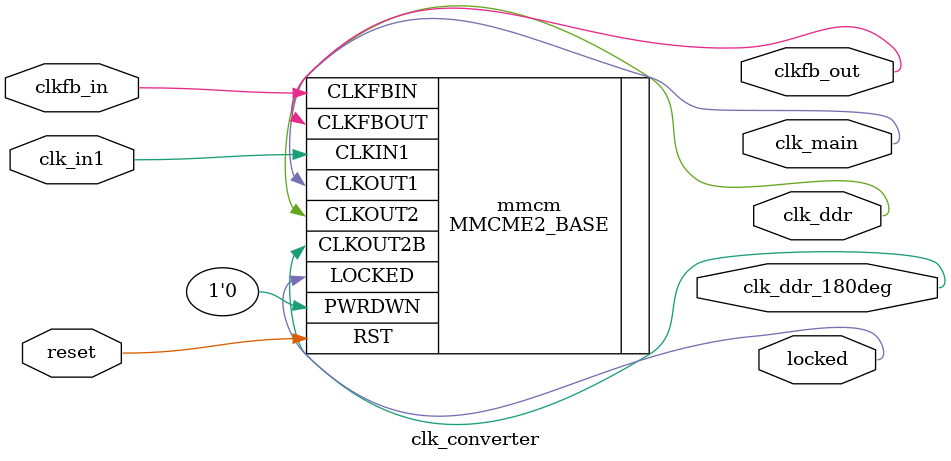
<source format=sv>
module clk_converter(
    input clk_in1,
    input reset,

    output clk_main,
    output clk_ddr,
    output clk_ddr_180deg,

    output clkfb_out,
    input clkfb_in,

    output locked
);

MMCME2_BASE #(
    .DIVCLK_DIVIDE(4),
    .CLKFBOUT_MULT_F(48.5),
    .CLKIN1_PERIOD(20.000),     // 50MHz input clock
    .CLKOUT1_DIVIDE(8),         // 75.78125MHz output
    .CLKOUT2_DIVIDE(2)          // 303.125MHz output
) mmcm (
    .CLKIN1(clk_in1),

    .CLKFBIN(clkfb_in),
    .CLKFBOUT(clkfb_out),

    .CLKOUT1(clk_main),
    .CLKOUT2(clk_ddr),
    .CLKOUT2B(clk_ddr_180deg),

    .PWRDWN(1'b0),
    .RST(reset),
    .LOCKED(locked)
);

endmodule

</source>
